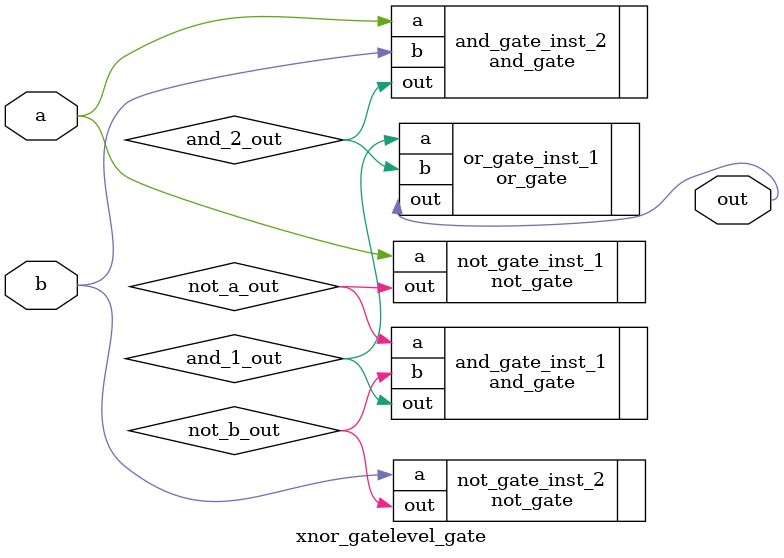
<source format=v>
module xnor_gatelevel_gate (a, b, out); 
	
	input a, b;

	output out;

	wire not_a_out, not_b_out;
	wire and_1_out, and_2_out;

	//Fill this out
	not_gate not_gate_inst_1 (
		.a			(a),
		.out 		(not_a_out)
	); 

	not_gate not_gate_inst_2 (
		.a			(b),
		.out 		(not_b_out)
	);

	and_gate and_gate_inst_1 (
		.a			(not_a_out),
		.b			(not_b_out),
		.out		(and_1_out)
	);

	and_gate and_gate_inst_2 (
		.a			(a),
		.b			(b),
		.out		(and_2_out)
	);

	or_gate or_gate_inst_1 (
		.a			(and_1_out),
		.b			(and_2_out),		
		.out		(out)
	);

endmodule



</source>
